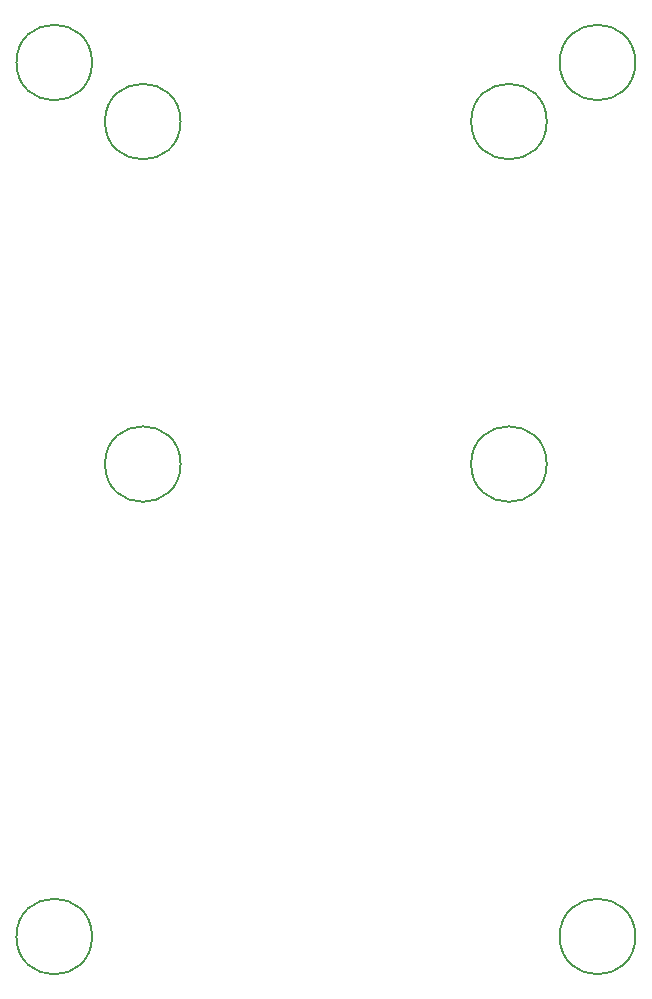
<source format=gbr>
G04 #@! TF.GenerationSoftware,KiCad,Pcbnew,5.1.9+dfsg1-1*
G04 #@! TF.CreationDate,2022-06-11T22:33:06-07:00*
G04 #@! TF.ProjectId,keygame,6b657967-616d-4652-9e6b-696361645f70,rev?*
G04 #@! TF.SameCoordinates,Original*
G04 #@! TF.FileFunction,Other,Comment*
%FSLAX46Y46*%
G04 Gerber Fmt 4.6, Leading zero omitted, Abs format (unit mm)*
G04 Created by KiCad (PCBNEW 5.1.9+dfsg1-1) date 2022-06-11 22:33:06*
%MOMM*%
%LPD*%
G01*
G04 APERTURE LIST*
%ADD10C,0.150000*%
G04 APERTURE END LIST*
D10*
G04 #@! TO.C,H1*
X141200000Y-21000000D02*
G75*
G03*
X141200000Y-21000000I-3200000J0D01*
G01*
G04 #@! TO.C,H2*
X187200000Y-21000000D02*
G75*
G03*
X187200000Y-21000000I-3200000J0D01*
G01*
G04 #@! TO.C,H3*
X141200000Y-95000000D02*
G75*
G03*
X141200000Y-95000000I-3200000J0D01*
G01*
G04 #@! TO.C,H4*
X187200000Y-95000000D02*
G75*
G03*
X187200000Y-95000000I-3200000J0D01*
G01*
G04 #@! TO.C,H6*
X179700000Y-26000000D02*
G75*
G03*
X179700000Y-26000000I-3200000J0D01*
G01*
G04 #@! TO.C,H7*
X148700000Y-55000000D02*
G75*
G03*
X148700000Y-55000000I-3200000J0D01*
G01*
G04 #@! TO.C,H8*
X179700000Y-55000000D02*
G75*
G03*
X179700000Y-55000000I-3200000J0D01*
G01*
G04 #@! TO.C,H5*
X148700000Y-26000000D02*
G75*
G03*
X148700000Y-26000000I-3200000J0D01*
G01*
G04 #@! TD*
M02*

</source>
